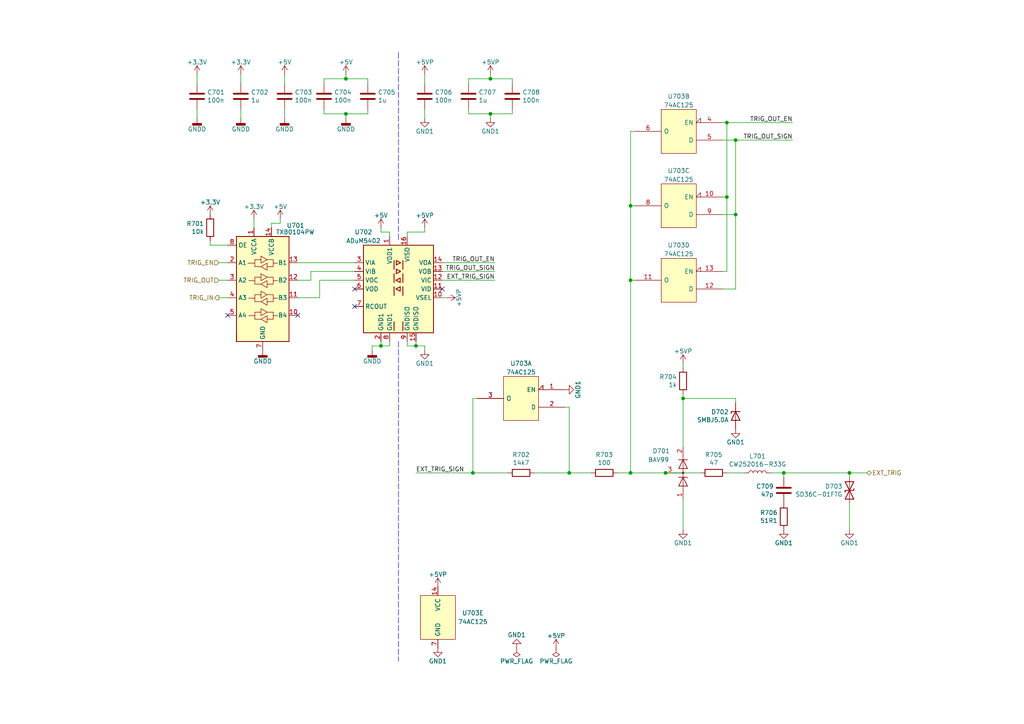
<source format=kicad_sch>
(kicad_sch (version 20230121) (generator eeschema)
  (paper "A4")
  (title_block (date "2023-07-12") (rev "1.1"))
  (lib_symbols
    (symbol "Device:C" (pin_numbers hide) (pin_names (offset 0.254))
      (property "Reference" "C" (at 0.635 2.54 0))
      (property "Value" "C" (at 0.635 -2.54 0))
      (symbol "C_0_1"
        (polyline (pts (xy -2.032 -0.762) (xy 2.032 -0.762)) (stroke (width 0.508)))
        (polyline (pts (xy -2.032 0.762) (xy 2.032 0.762)) (stroke (width 0.508)))
      )
      (symbol "C_1_1"
        (pin passive line (at 0 3.81 270) (length 2.794) (name "~") (number "1"))
        (pin passive line (at 0 -3.81 90) (length 2.794) (name "~") (number "2"))
      )
    )
    (symbol "Device:D_TVS" (pin_numbers hide) (pin_names (offset 1.016) hide)
      (property "Reference" "D" (at 0 2.54 0))
      (property "Value" "D_TVS" (at 0 -2.54 0))
      (symbol "D_TVS_0_1"
        (polyline (pts (xy 1.27 0) (xy -1.27 0)))
        (polyline (pts (xy 0.508 1.27) (xy 0 1.27) (xy 0 -1.27) (xy -0.508 -1.27)) (stroke (width 0.254)))
        (polyline (pts (xy -2.54 1.27) (xy -2.54 -1.27) (xy 2.54 1.27) (xy 2.54 -1.27) (xy -2.54 1.27)) (stroke (width 0.254)))
      )
      (symbol "D_TVS_1_1"
        (pin passive line (at -3.81 0 0) (length 2.54) (name "A1") (number "1"))
        (pin passive line (at 3.81 0 180) (length 2.54) (name "A2") (number "2"))
      )
    )
    (symbol "Device:D_Zener" (pin_numbers hide) (pin_names (offset 1.016) hide)
      (property "Reference" "D" (at 0 2.54 0))
      (property "Value" "D_Zener" (at 0 -2.54 0))
      (symbol "D_Zener_0_1"
        (polyline (pts (xy 1.27 0) (xy -1.27 0)))
        (polyline (pts (xy -1.27 -1.27) (xy -1.27 1.27) (xy -0.762 1.27)) (stroke (width 0.254)))
        (polyline (pts (xy 1.27 -1.27) (xy 1.27 1.27) (xy -1.27 0) (xy 1.27 -1.27)) (stroke (width 0.254)))
      )
      (symbol "D_Zener_1_1"
        (pin passive line (at -3.81 0 0) (length 2.54) (name "K") (number "1"))
        (pin passive line (at 3.81 0 180) (length 2.54) (name "A") (number "2"))
      )
    )
    (symbol "Device:L" (pin_numbers hide) (pin_names (offset 1.016) hide)
      (property "Reference" "L" (at -1.27 0 90))
      (property "Value" "L" (at 1.905 0 90))
      (symbol "L_0_1"
        (arc (start 0 -2.54) (mid 0.6323 -1.905) (end 0 -1.27))
        (arc (start 0 -1.27) (mid 0.6323 -0.635) (end 0 0))
        (arc (start 0 0) (mid 0.6323 0.635) (end 0 1.27))
        (arc (start 0 1.27) (mid 0.6323 1.905) (end 0 2.54))
      )
      (symbol "L_1_1"
        (pin passive line (at 0 3.81 270) (length 1.27) (name "1") (number "1"))
        (pin passive line (at 0 -3.81 90) (length 1.27) (name "2") (number "2"))
      )
    )
    (symbol "Device:R" (pin_numbers hide) (pin_names (offset 0))
      (property "Reference" "R" (at 2.032 0 90))
      (property "Value" "R" (at 0 0 90))
      (symbol "R_0_1"
        (rectangle (start -1.016 -2.54) (end 1.016 2.54) (stroke (width 0.254)))
      )
      (symbol "R_1_1"
        (pin passive line (at 0 3.81 270) (length 1.27) (name "~") (number "1"))
        (pin passive line (at 0 -3.81 90) (length 1.27) (name "~") (number "2"))
      )
    )
    (symbol "Diode:BAV99" (pin_names hide)
      (property "Reference" "D" (at 0 5.08 0))
      (property "Value" "BAV99" (at 0 2.54 0))
      (symbol "BAV99_0_1"
        (polyline (pts (xy -5.08 0) (xy 5.08 0)))
      )
      (symbol "BAV99_1_1"
        (polyline (pts (xy 0 0) (xy 0 -2.54)))
        (polyline (pts (xy -1.27 -1.27) (xy -1.27 1.27) (xy -1.27 1.27)) (stroke (width 0.2032)))
        (polyline (pts (xy 3.81 1.27) (xy 3.81 -1.27) (xy 3.81 -1.27)) (stroke (width 0.2032)))
        (polyline (pts (xy -3.81 1.27) (xy -1.27 0) (xy -3.81 -1.27) (xy -3.81 1.27) (xy -3.81 1.27) (xy -3.81 1.27)) (stroke (width 0.2032)))
        (polyline (pts (xy 1.27 1.27) (xy 3.81 0) (xy 1.27 -1.27) (xy 1.27 1.27) (xy 1.27 1.27) (xy 1.27 1.27)) (stroke (width 0.2032)))
        (circle (center 0 0) (radius 0.254) (fill (type outline)))
        (pin passive line (at -7.62 0 0) (length 2.54) (name "K") (number "1"))
        (pin passive line (at 7.62 0 180) (length 2.54) (name "A") (number "2"))
        (pin passive line (at 0 -5.08 90) (length 2.54) (name "K") (number "3"))
      )
    )
    (symbol "ETH1CFGEN1:74AC125" (pin_names (offset 0.762))
      (property "Reference" "U" (at 8.89 6.35 0))
      (property "Value" "74AC125" (at 6.35 5.08 0))
      (symbol "74AC125_0_1"
        (rectangle (start -5.08 6.35) (end 5.08 -6.35) (fill (type background)))
      )
      (symbol "74AC125_1_0"
        (pin input input_low (at -12.7 2.54 0) (length 7.62) (name "EN") (number "1"))
      )
      (symbol "74AC125_1_1"
        (pin input line (at -12.7 -2.54 0) (length 7.62) (name "D") (number "2"))
        (pin tri_state line (at 12.7 0 180) (length 7.62) (name "O") (number "3"))
      )
      (symbol "74AC125_2_0"
        (pin input input_low (at -12.7 2.54 0) (length 7.62) (name "EN") (number "4"))
      )
      (symbol "74AC125_2_1"
        (pin input line (at -12.7 -2.54 0) (length 7.62) (name "D") (number "5"))
        (pin tri_state line (at 12.7 0 180) (length 7.62) (name "O") (number "6"))
      )
      (symbol "74AC125_3_0"
        (pin input input_low (at -12.7 2.54 0) (length 7.62) (name "EN") (number "10"))
      )
      (symbol "74AC125_3_1"
        (pin tri_state line (at 12.7 0 180) (length 7.62) (name "O") (number "8"))
        (pin input line (at -12.7 -2.54 0) (length 7.62) (name "D") (number "9"))
      )
      (symbol "74AC125_4_0"
        (pin input input_low (at -12.7 2.54 0) (length 7.62) (name "EN") (number "13"))
      )
      (symbol "74AC125_4_1"
        (pin tri_state line (at 12.7 0 180) (length 7.62) (name "O") (number "11"))
        (pin input line (at -12.7 -2.54 0) (length 7.62) (name "D") (number "12"))
      )
      (symbol "74AC125_5_1"
        (pin passive line (at 0 8.89 270) (length 2.54) (name "VCC") (number "14"))
        (pin passive line (at 0 -8.89 90) (length 2.54) (name "GND") (number "7"))
      )
    )
    (symbol "Isolator:ADuM5402"
      (property "Reference" "U" (at -10.16 13.97 0))
      (property "Value" "ADuM5402" (at 3.81 13.97 0))
      (symbol "ADuM5402_0_1"
        (rectangle (start -10.16 12.7) (end 10.16 -12.7) (stroke (width 0.254)) (fill (type background)))
        (polyline (pts (xy -1.27 -9.525) (xy -1.27 -12.065)) (stroke (width 0.254)))
        (polyline (pts (xy -1.27 0.635) (xy -1.27 -1.905)) (stroke (width 0.254)))
        (polyline (pts (xy -1.27 4.445) (xy -1.27 1.905)) (stroke (width 0.254)))
        (polyline (pts (xy -1.27 8.255) (xy -1.27 5.715)) (stroke (width 0.254)))
        (polyline (pts (xy 1.27 -9.525) (xy 1.27 -12.065)) (stroke (width 0.254)))
        (polyline (pts (xy 1.27 0.635) (xy 1.27 -1.905)) (stroke (width 0.254)))
        (polyline (pts (xy 1.27 4.445) (xy 1.27 1.905)) (stroke (width 0.254)))
        (polyline (pts (xy 1.27 8.255) (xy 1.27 5.715)) (stroke (width 0.254)))
        (polyline (pts (xy -0.635 5.715) (xy -0.635 4.445) (xy 0.635 5.08) (xy -0.635 5.715)) (stroke (width 0.254)))
        (polyline (pts (xy -0.635 6.985) (xy 0.635 7.62) (xy -0.635 8.255) (xy -0.635 6.985)) (stroke (width 0.254)))
        (polyline (pts (xy 0.508 0.635) (xy 0.508 -0.635) (xy -0.762 0) (xy 0.508 0.635)) (stroke (width 0.254)))
        (polyline (pts (xy 0.508 1.905) (xy -0.762 2.54) (xy 0.508 3.175) (xy 0.508 1.905)) (stroke (width 0.254)))
      )
      (symbol "ADuM5402_1_1"
        (pin power_in line (at -2.54 15.24 270) (length 2.54) (name "VDD1") (number "1"))
        (pin input line (at 12.7 -2.54 180) (length 2.54) (name "VSEL") (number "10"))
        (pin input line (at 12.7 0 180) (length 2.54) (name "VID") (number "11"))
        (pin input line (at 12.7 2.54 180) (length 2.54) (name "VIC") (number "12"))
        (pin output line (at 12.7 5.08 180) (length 2.54) (name "VOB") (number "13"))
        (pin output line (at 12.7 7.62 180) (length 2.54) (name "VOA") (number "14"))
        (pin power_in line (at 5.08 -15.24 90) (length 2.54) (name "GNDISO") (number "15"))
        (pin power_in line (at 2.54 15.24 270) (length 2.54) (name "VISO") (number "16"))
        (pin power_in line (at -5.08 -15.24 90) (length 2.54) (name "GND1") (number "2"))
        (pin input line (at -12.7 7.62 0) (length 2.54) (name "VIA") (number "3"))
        (pin input line (at -12.7 5.08 0) (length 2.54) (name "VIB") (number "4"))
        (pin output line (at -12.7 2.54 0) (length 2.54) (name "VOC") (number "5"))
        (pin output line (at -12.7 0 0) (length 2.54) (name "VOD") (number "6"))
        (pin output line (at -12.7 -5.08 0) (length 2.54) (name "RCOUT") (number "7"))
        (pin power_in line (at -2.54 -15.24 90) (length 2.54) (name "GND1") (number "8"))
        (pin power_in line (at 2.54 -15.24 90) (length 2.54) (name "GNDISO") (number "9"))
      )
    )
    (symbol "Logic_LevelTranslator:TXB0104PW"
      (property "Reference" "U" (at -6.35 16.51 0))
      (property "Value" "TXB0104PW" (at 3.81 16.51 0))
      (symbol "TXB0104PW_0_1"
        (rectangle (start -7.62 -15.24) (end -7.62 -12.7) (stroke (width 0.254)))
        (rectangle (start -7.62 15.24) (end 7.62 -15.24) (stroke (width 0.254)) (fill (type background)))
        (polyline (pts (xy -2.286 -7.747) (xy -2.286 -6.731) (xy -0.508 -6.731)))
        (polyline (pts (xy -2.286 -2.667) (xy -2.286 -1.651) (xy -0.508 -1.651)))
        (polyline (pts (xy -2.286 2.413) (xy -2.286 3.429) (xy -0.508 3.429)))
        (polyline (pts (xy -2.286 7.493) (xy -2.286 8.509) (xy -0.508 8.509)))
        (polyline (pts (xy 3.048 -7.747) (xy 3.048 -8.763) (xy 1.27 -8.763)))
        (polyline (pts (xy 3.048 -2.667) (xy 3.048 -3.683) (xy 1.27 -3.683)))
        (polyline (pts (xy 3.048 2.413) (xy 3.048 1.397) (xy 1.27 1.397)))
        (polyline (pts (xy 3.048 7.493) (xy 3.048 6.477) (xy 1.27 6.477)))
        (polyline (pts (xy -0.508 -8.763) (xy -2.286 -8.763) (xy -2.286 -7.747) (xy -4.064 -7.747)))
        (polyline (pts (xy -0.508 -8.763) (xy 1.27 -7.747) (xy 1.27 -9.779) (xy -0.508 -8.763)))
        (polyline (pts (xy -0.508 -3.683) (xy -2.286 -3.683) (xy -2.286 -2.667) (xy -4.064 -2.667)))
        (polyline (pts (xy -0.508 -3.683) (xy 1.27 -2.667) (xy 1.27 -4.699) (xy -0.508 -3.683)))
        (polyline (pts (xy -0.508 1.397) (xy -2.286 1.397) (xy -2.286 2.413) (xy -4.064 2.413)))
        (polyline (pts (xy -0.508 1.397) (xy 1.27 2.413) (xy 1.27 0.381) (xy -0.508 1.397)))
        (polyline (pts (xy -0.508 6.477) (xy -2.286 6.477) (xy -2.286 7.493) (xy -4.318 7.493)))
        (polyline (pts (xy -0.508 6.477) (xy 1.27 7.493) (xy 1.27 5.461) (xy -0.508 6.477)))
        (polyline (pts (xy 1.27 -6.731) (xy -0.508 -7.747) (xy -0.508 -5.715) (xy 1.27 -6.731)))
        (polyline (pts (xy 1.27 -6.731) (xy 3.048 -6.731) (xy 3.048 -7.747) (xy 4.318 -7.747)))
        (polyline (pts (xy 1.27 -1.651) (xy -0.508 -2.667) (xy -0.508 -0.635) (xy 1.27 -1.651)))
        (polyline (pts (xy 1.27 -1.651) (xy 3.048 -1.651) (xy 3.048 -2.667) (xy 4.318 -2.667)))
        (polyline (pts (xy 1.27 3.429) (xy -0.508 2.413) (xy -0.508 4.445) (xy 1.27 3.429)))
        (polyline (pts (xy 1.27 3.429) (xy 3.048 3.429) (xy 3.048 2.413) (xy 4.318 2.413)))
        (polyline (pts (xy 1.27 8.509) (xy -0.508 7.493) (xy -0.508 9.525) (xy 1.27 8.509)))
        (polyline (pts (xy 1.27 8.509) (xy 3.048 8.509) (xy 3.048 7.493) (xy 4.318 7.493)))
      )
      (symbol "TXB0104PW_1_1"
        (pin power_in line (at -2.54 17.78 270) (length 2.54) (name "VCCA") (number "1"))
        (pin bidirectional line (at 10.16 -7.62 180) (length 2.54) (name "B4") (number "10"))
        (pin bidirectional line (at 10.16 -2.54 180) (length 2.54) (name "B3") (number "11"))
        (pin bidirectional line (at 10.16 2.54 180) (length 2.54) (name "B2") (number "12"))
        (pin bidirectional line (at 10.16 7.62 180) (length 2.54) (name "B1") (number "13"))
        (pin power_in line (at 2.54 17.78 270) (length 2.54) (name "VCCB") (number "14"))
        (pin bidirectional line (at -10.16 7.62 0) (length 2.54) (name "A1") (number "2"))
        (pin bidirectional line (at -10.16 2.54 0) (length 2.54) (name "A2") (number "3"))
        (pin bidirectional line (at -10.16 -2.54 0) (length 2.54) (name "A3") (number "4"))
        (pin bidirectional line (at -10.16 -7.62 0) (length 2.54) (name "A4") (number "5"))
        (pin no_connect line (at -7.62 -12.7 0) (length 2.54) hide (name "NC") (number "6"))
        (pin power_in line (at 0 -17.78 90) (length 2.54) (name "GND") (number "7"))
        (pin input line (at -10.16 12.7 0) (length 2.54) (name "OE") (number "8"))
        (pin no_connect line (at 7.62 -12.7 180) (length 2.54) hide (name "NC") (number "9"))
      )
    )
    (symbol "power:+3.3V" (power) (pin_names (offset 0))
      (property "Value" "+3.3V" (at 0 3.556 0))
      (symbol "+3.3V_0_1"
        (polyline (pts (xy -0.762 1.27) (xy 0 2.54)))
        (polyline (pts (xy 0 0) (xy 0 2.54)))
        (polyline (pts (xy 0 2.54) (xy 0.762 1.27)))
      )
      (symbol "+3.3V_1_1"
        (pin power_in line (at 0 0 90) (length 0) hide (name "+3.3V") (number "1"))
      )
    )
    (symbol "power:+5V" (power) (pin_names (offset 0))
      (property "Value" "+5V" (at 0 3.556 0))
      (symbol "+5V_0_1"
        (polyline (pts (xy -0.762 1.27) (xy 0 2.54)))
        (polyline (pts (xy 0 0) (xy 0 2.54)))
        (polyline (pts (xy 0 2.54) (xy 0.762 1.27)))
      )
      (symbol "+5V_1_1"
        (pin power_in line (at 0 0 90) (length 0) hide (name "+5V") (number "1"))
      )
    )
    (symbol "power:+5VP" (power) (pin_names (offset 0))
      (property "Value" "+5VP" (at 0 3.556 0))
      (symbol "+5VP_0_1"
        (polyline (pts (xy -0.762 1.27) (xy 0 2.54)))
        (polyline (pts (xy 0 0) (xy 0 2.54)))
        (polyline (pts (xy 0 2.54) (xy 0.762 1.27)))
      )
      (symbol "+5VP_1_1"
        (pin power_in line (at 0 0 90) (length 0) hide (name "+5VP") (number "1"))
      )
    )
    (symbol "power:GND1" (power) (pin_names (offset 0))
      (property "Value" "GND1" (at 0 -3.81 0))
      (symbol "GND1_0_1"
        (polyline (pts (xy 0 0) (xy 0 -1.27) (xy 1.27 -1.27) (xy 0 -2.54) (xy -1.27 -1.27) (xy 0 -1.27)))
      )
      (symbol "GND1_1_1"
        (pin power_in line (at 0 0 270) (length 0) hide (name "GND1") (number "1"))
      )
    )
    (symbol "power:GNDD" (power) (pin_names (offset 0))
      (property "Value" "GNDD" (at 0 -3.175 0))
      (symbol "GNDD_0_1"
        (rectangle (start -1.27 -1.524) (end 1.27 -2.032) (stroke (width 0.254)) (fill (type outline)))
        (polyline (pts (xy 0 0) (xy 0 -1.524)))
      )
      (symbol "GNDD_1_1"
        (pin power_in line (at 0 0 270) (length 0) hide (name "GNDD") (number "1"))
      )
    )
    (symbol "power:PWR_FLAG" (power) (pin_numbers hide) (pin_names (offset 0) hide)
      (property "Value" "PWR_FLAG" (at 0 3.81 0))
      (symbol "PWR_FLAG_0_0"
        (pin power_out line (at 0 0 90) (length 0) (name "pwr") (number "1"))
      )
      (symbol "PWR_FLAG_0_1"
        (polyline (pts (xy 0 0) (xy 0 1.27) (xy -1.016 1.905) (xy 0 2.54) (xy 1.016 1.905) (xy 0 1.27)))
      )
    )
  )
  (junction (at 246.38 137.16))
  (junction (at 120.65 100.33))
  (junction (at 198.12 115.57))
  (junction (at 213.36 62.23))
  (junction (at 213.36 40.64))
  (junction (at 142.24 22.86))
  (junction (at 182.88 137.16))
  (junction (at 182.88 59.69))
  (junction (at 210.82 57.15))
  (junction (at 137.16 137.16))
  (junction (at 210.82 35.56))
  (junction (at 100.33 22.86))
  (junction (at 182.88 81.28))
  (junction (at 165.1 137.16))
  (junction (at 100.33 33.02))
  (junction (at 110.49 100.33))
  (junction (at 227.33 137.16))
  (junction (at 142.24 33.02))
  (junction (at 193.04 137.16))
  (no_connect (at 86.36 91.44))
  (no_connect (at 102.87 88.9))
  (no_connect (at 128.27 83.82))
  (no_connect (at 102.87 83.82))
  (no_connect (at 66.04 91.44))
  (wire (pts (xy 213.36 115.57) (xy 198.12 115.57)))
  (wire (pts (xy 184.15 38.1) (xy 182.88 38.1)))
  (wire (pts (xy 227.33 137.16) (xy 227.33 138.43)))
  (wire (pts (xy 182.88 38.1) (xy 182.88 59.69)))
  (wire (pts (xy 123.19 24.13) (xy 123.19 21.59)))
  (wire (pts (xy 154.94 137.16) (xy 165.1 137.16)))
  (wire (pts (xy 142.24 21.59) (xy 142.24 22.86)))
  (wire (pts (xy 210.82 57.15) (xy 210.82 35.56)))
  (wire (pts (xy 81.28 64.77) (xy 81.28 63.5)))
  (wire (pts (xy 106.68 24.13) (xy 106.68 22.86)))
  (wire (pts (xy 147.32 137.16) (xy 137.16 137.16)))
  (wire (pts (xy 123.19 34.29) (xy 123.19 31.75)))
  (wire (pts (xy 148.59 22.86) (xy 148.59 24.13)))
  (wire (pts (xy 73.66 63.5) (xy 73.66 66.04)))
  (wire (pts (xy 106.68 31.75) (xy 106.68 33.02)))
  (wire (pts (xy 142.24 33.02) (xy 148.59 33.02)))
  (wire (pts (xy 92.71 86.36) (xy 92.71 81.28)))
  (wire (pts (xy 210.82 137.16) (xy 215.9 137.16)))
  (wire (pts (xy 100.33 22.86) (xy 93.98 22.86)))
  (wire (pts (xy 246.38 138.43) (xy 246.38 137.16)))
  (wire (pts (xy 78.74 66.04) (xy 78.74 64.77)))
  (wire (pts (xy 90.17 78.74) (xy 90.17 81.28)))
  (wire (pts (xy 213.36 83.82) (xy 209.55 83.82)))
  (wire (pts (xy 182.88 81.28) (xy 184.15 81.28)))
  (wire (pts (xy 78.74 64.77) (xy 81.28 64.77)))
  (wire (pts (xy 137.16 137.16) (xy 137.16 115.57)))
  (wire (pts (xy 128.27 78.74) (xy 143.51 78.74)))
  (wire (pts (xy 60.96 71.12) (xy 60.96 69.85)))
  (wire (pts (xy 66.04 71.12) (xy 60.96 71.12)))
  (wire (pts (xy 135.89 24.13) (xy 135.89 22.86)))
  (wire (pts (xy 213.36 40.64) (xy 213.36 62.23)))
  (wire (pts (xy 57.15 21.59) (xy 57.15 24.13)))
  (wire (pts (xy 135.89 31.75) (xy 135.89 33.02)))
  (wire (pts (xy 209.55 57.15) (xy 210.82 57.15)))
  (wire (pts (xy 210.82 35.56) (xy 209.55 35.56)))
  (wire (pts (xy 213.36 62.23) (xy 213.36 83.82)))
  (wire (pts (xy 198.12 105.41) (xy 198.12 106.68)))
  (wire (pts (xy 209.55 62.23) (xy 213.36 62.23)))
  (wire (pts (xy 100.33 34.29) (xy 100.33 33.02)))
  (wire (pts (xy 182.88 81.28) (xy 182.88 137.16)))
  (wire (pts (xy 100.33 33.02) (xy 93.98 33.02)))
  (wire (pts (xy 82.55 31.75) (xy 82.55 34.29)))
  (wire (pts (xy 209.55 40.64) (xy 213.36 40.64)))
  (wire (pts (xy 69.85 21.59) (xy 69.85 24.13)))
  (wire (pts (xy 63.5 86.36) (xy 66.04 86.36)))
  (wire (pts (xy 110.49 100.33) (xy 110.49 99.06)))
  (wire (pts (xy 163.83 118.11) (xy 165.1 118.11)))
  (wire (pts (xy 182.88 59.69) (xy 182.88 81.28)))
  (wire (pts (xy 123.19 67.31) (xy 118.11 67.31)))
  (wire (pts (xy 165.1 118.11) (xy 165.1 137.16)))
  (wire (pts (xy 93.98 33.02) (xy 93.98 31.75)))
  (wire (pts (xy 113.03 68.58) (xy 113.03 67.31)))
  (wire (pts (xy 143.51 76.2) (xy 128.27 76.2)))
  (wire (pts (xy 118.11 100.33) (xy 120.65 100.33)))
  (wire (pts (xy 92.71 81.28) (xy 102.87 81.28)))
  (wire (pts (xy 100.33 21.59) (xy 100.33 22.86)))
  (wire (pts (xy 251.46 137.16) (xy 246.38 137.16)))
  (wire (pts (xy 223.52 137.16) (xy 227.33 137.16)))
  (wire (pts (xy 123.19 100.33) (xy 123.19 101.6)))
  (wire (pts (xy 106.68 33.02) (xy 100.33 33.02)))
  (wire (pts (xy 93.98 22.86) (xy 93.98 24.13)))
  (wire (pts (xy 86.36 86.36) (xy 92.71 86.36)))
  (wire (pts (xy 198.12 114.3) (xy 198.12 115.57)))
  (wire (pts (xy 184.15 59.69) (xy 182.88 59.69)))
  (wire (pts (xy 198.12 144.78) (xy 198.12 153.67)))
  (wire (pts (xy 118.11 67.31) (xy 118.11 68.58)))
  (wire (pts (xy 203.2 137.16) (xy 193.04 137.16)))
  (wire (pts (xy 107.95 100.33) (xy 110.49 100.33)))
  (polyline (pts (xy 115.57 99.06) (xy 115.57 191.77)) (stroke (width 0) (type dash)))
  (wire (pts (xy 137.16 115.57) (xy 138.43 115.57)))
  (wire (pts (xy 210.82 78.74) (xy 210.82 57.15)))
  (wire (pts (xy 179.07 137.16) (xy 182.88 137.16)))
  (wire (pts (xy 213.36 40.64) (xy 229.87 40.64)))
  (wire (pts (xy 86.36 76.2) (xy 102.87 76.2)))
  (wire (pts (xy 118.11 99.06) (xy 118.11 100.33)))
  (wire (pts (xy 129.54 86.36) (xy 128.27 86.36)))
  (wire (pts (xy 113.03 100.33) (xy 110.49 100.33)))
  (wire (pts (xy 107.95 101.6) (xy 107.95 100.33)))
  (wire (pts (xy 113.03 67.31) (xy 110.49 67.31)))
  (wire (pts (xy 143.51 81.28) (xy 128.27 81.28)))
  (wire (pts (xy 246.38 153.67) (xy 246.38 146.05)))
  (wire (pts (xy 135.89 22.86) (xy 142.24 22.86)))
  (wire (pts (xy 113.03 99.06) (xy 113.03 100.33)))
  (wire (pts (xy 69.85 31.75) (xy 69.85 34.29)))
  (wire (pts (xy 165.1 137.16) (xy 171.45 137.16)))
  (wire (pts (xy 137.16 137.16) (xy 120.65 137.16)))
  (wire (pts (xy 90.17 81.28) (xy 86.36 81.28)))
  (wire (pts (xy 135.89 33.02) (xy 142.24 33.02)))
  (wire (pts (xy 246.38 137.16) (xy 227.33 137.16)))
  (wire (pts (xy 110.49 67.31) (xy 110.49 66.04)))
  (wire (pts (xy 63.5 81.28) (xy 66.04 81.28)))
  (wire (pts (xy 198.12 115.57) (xy 198.12 129.54)))
  (wire (pts (xy 57.15 34.29) (xy 57.15 31.75)))
  (wire (pts (xy 120.65 100.33) (xy 123.19 100.33)))
  (wire (pts (xy 209.55 78.74) (xy 210.82 78.74)))
  (wire (pts (xy 142.24 22.86) (xy 148.59 22.86)))
  (wire (pts (xy 106.68 22.86) (xy 100.33 22.86)))
  (wire (pts (xy 120.65 99.06) (xy 120.65 100.33)))
  (wire (pts (xy 63.5 76.2) (xy 66.04 76.2)))
  (wire (pts (xy 142.24 34.29) (xy 142.24 33.02)))
  (wire (pts (xy 213.36 116.84) (xy 213.36 115.57)))
  (wire (pts (xy 82.55 21.59) (xy 82.55 24.13)))
  (wire (pts (xy 210.82 35.56) (xy 229.87 35.56)))
  (polyline (pts (xy 115.57 15.24) (xy 115.57 69.85)) (stroke (width 0) (type dash)))
  (wire (pts (xy 102.87 78.74) (xy 90.17 78.74)))
  (wire (pts (xy 148.59 33.02) (xy 148.59 31.75)))
  (wire (pts (xy 193.04 137.16) (xy 182.88 137.16)))
  (wire (pts (xy 123.19 66.04) (xy 123.19 67.31)))
  (label "TRIG_OUT_EN" (at 229.87 35.56 180))
  (label "TRIG_OUT_EN" (at 143.51 76.2 180))
  (label "EXT_TRIG_SIGN" (at 120.65 137.16 0))
  (label "EXT_TRIG_SIGN" (at 143.51 81.28 180))
  (label "TRIG_OUT_SIGN" (at 143.51 78.74 180))
  (label "TRIG_OUT_SIGN" (at 229.87 40.64 180))
  (hierarchical_label "TRIG_OUT" (shape input) (at 63.5 81.28 180))
  (hierarchical_label "TRIG_EN" (shape input) (at 63.5 76.2 180))
  (hierarchical_label "TRIG_IN" (shape output) (at 63.5 86.36 180))
  (hierarchical_label "EXT_TRIG" (shape bidirectional) (at 251.46 137.16 0))
  (symbol (lib_id "Device:C") (at 148.59 27.94 0) (unit 1)
    (property "Reference" "C708" (at 151.511 26.7716 0) (effects (justify left)))
    (property "Value" "100n" (at 151.511 29.083 0) (effects (justify left)))
    (property "Footprint" "Capacitor_SMD:C_0603_1608Metric_Pad1.08x0.95mm_HandSolder" (effects hide))
    (instances (project "ETH1CSMU2" (path "" (reference "C708") (unit 1))) (project "ETH1CFGEN1A" (path "" (reference "C408") (unit 1))))
  )
  (symbol (lib_id "power:GND1") (at 213.36 124.46 0) (unit 1)
    (property "Reference" "#PWR0729" (effects hide))
    (property "Value" "GND1" (at 213.36 128.27 0))
    (instances (project "ETH1CSMU2" (path "" (reference "#PWR0729") (unit 1))) (project "ETH1CFGEN1A" (path "" (reference "#PWR0429") (unit 1))))
  )
  (symbol (lib_id "power:+5VP") (at 142.24 21.59 0) (mirror y) (unit 1)
    (property "Reference" "#PWR0722" (effects hide))
    (property "Value" "+5VP" (at 142.24 18.034 0))
    (instances (project "ETH1CSMU2" (path "" (reference "#PWR0722") (unit 1))) (project "ETH1CFGEN1A" (path "" (reference "#PWR0422") (unit 1))))
  )
  (symbol (lib_id "power:GND1") (at 246.38 153.67 0) (unit 1)
    (property "Reference" "#PWR0731" (effects hide))
    (property "Value" "GND1" (at 246.38 157.48 0))
    (instances (project "ETH1CSMU2" (path "" (reference "#PWR0731") (unit 1))) (project "ETH1CFGEN1A" (path "" (reference "#PWR0431") (unit 1))))
  )
  (symbol (lib_id "power:+5V") (at 82.55 21.59 0) (unit 1)
    (property "Reference" "#PWR0709" (effects hide))
    (property "Value" "+5V" (at 82.55 18.034 0))
    (instances (project "ETH1CSMU2" (path "" (reference "#PWR0709") (unit 1))) (project "ETH1CFGEN1A" (path "" (reference "#PWR0409") (unit 1))))
  )
  (symbol (lib_id "Device:R") (at 175.26 137.16 90) (mirror x) (unit 1)
    (property "Reference" "R703" (at 175.26 131.9022 90))
    (property "Value" "100" (at 175.26 134.2136 90))
    (property "Footprint" "Resistor_SMD:R_0603_1608Metric_Pad0.98x0.95mm_HandSolder" (effects hide))
    (instances (project "ETH1CSMU2" (path "" (reference "R703") (unit 1))) (project "ETH1CFGEN1A" (path "" (reference "R403") (unit 1))))
  )
  (symbol (lib_id "Device:D_Zener") (at 213.36 120.65 90) (mirror x) (unit 1)
    (property "Reference" "D702" (at 211.3534 119.4816 90) (effects (justify left)))
    (property "Value" "SMBJ5.0A" (at 211.3534 121.793 90) (effects (justify left)))
    (property "Footprint" "Diode_SMD:D_SMB" (effects hide))
    (instances (project "ETH1CSMU2" (path "" (reference "D702") (unit 1))) (project "ETH1CFGEN1A" (path "" (reference "D402") (unit 1))))
  )
  (symbol (lib_id "power:GND1") (at 227.33 153.67 0) (unit 1)
    (property "Reference" "#PWR0730" (effects hide))
    (property "Value" "GND1" (at 227.33 157.48 0))
    (instances (project "ETH1CSMU2" (path "" (reference "#PWR0730") (unit 1))) (project "ETH1CFGEN1A" (path "" (reference "#PWR0430") (unit 1))))
  )
  (symbol (lib_id "power:PWR_FLAG") (at 161.29 187.96 180) (unit 1)
    (property "Reference" "#FLG0702" (effects hide))
    (property "Value" "PWR_FLAG" (at 161.29 191.77 0))
    (instances (project "ETH1CSMU2" (path "" (reference "#FLG0702") (unit 1))) (project "ETH1CFGEN1A" (path "" (reference "#FLG0402") (unit 1))))
  )
  (symbol (lib_id "Device:C") (at 135.89 27.94 0) (unit 1)
    (property "Reference" "C707" (at 138.811 26.7716 0) (effects (justify left)))
    (property "Value" "1u" (at 138.811 29.083 0) (effects (justify left)))
    (property "Footprint" "Capacitor_SMD:C_0603_1608Metric_Pad1.08x0.95mm_HandSolder" (effects hide))
    (instances (project "ETH1CSMU2" (path "" (reference "C707") (unit 1))) (project "ETH1CFGEN1A" (path "" (reference "C407") (unit 1))))
  )
  (symbol (lib_id "power:GND1") (at 142.24 34.29 0) (mirror y) (unit 1)
    (property "Reference" "#PWR0723" (effects hide))
    (property "Value" "GND1" (at 142.24 38.1 0))
    (instances (project "ETH1CSMU2" (path "" (reference "#PWR0723") (unit 1))) (project "ETH1CFGEN1A" (path "" (reference "#PWR0423") (unit 1))))
  )
  (symbol (lib_id "ETH1CFGEN1:74AC125") (at 127 179.07 0) (mirror y) (unit 5)
    (property "Reference" "U703" (at 137.16 177.8 0))
    (property "Value" "74AC125" (at 137.16 180.34 0))
    (property "Footprint" "Package_SO:TSSOP-14_4.4x5mm_P0.65mm" (effects hide))
    (instances (project "ETH1CSMU2" (path "" (reference "U703") (unit 5))) (project "ETH1CFGEN1A" (path "" (reference "U403") (unit 5))))
  )
  (symbol (lib_id "power:+5V") (at 110.49 66.04 0) (unit 1)
    (property "Reference" "#PWR0714" (effects hide))
    (property "Value" "+5V" (at 110.49 62.484 0))
    (instances (project "ETH1CSMU2" (path "" (reference "#PWR0714") (unit 1))) (project "ETH1CFGEN1A" (path "" (reference "#PWR0414") (unit 1))))
  )
  (symbol (lib_id "power:GNDD") (at 57.15 34.29 0) (unit 1)
    (property "Reference" "#PWR0702" (effects hide))
    (property "Value" "GNDD" (at 57.15 37.465 0))
    (instances (project "ETH1CSMU2" (path "" (reference "#PWR0702") (unit 1))) (project "ETH1CFGEN1A" (path "" (reference "#PWR0402") (unit 1))))
  )
  (symbol (lib_id "power:GNDD") (at 69.85 34.29 0) (unit 1)
    (property "Reference" "#PWR0705" (effects hide))
    (property "Value" "GNDD" (at 69.85 37.465 0))
    (instances (project "ETH1CSMU2" (path "" (reference "#PWR0705") (unit 1))) (project "ETH1CFGEN1A" (path "" (reference "#PWR0405") (unit 1))))
  )
  (symbol (lib_id "power:GNDD") (at 76.2 101.6 0) (unit 1)
    (property "Reference" "#PWR0707" (effects hide))
    (property "Value" "GNDD" (at 76.2 104.775 0))
    (instances (project "ETH1CSMU2" (path "" (reference "#PWR0707") (unit 1))) (project "ETH1CFGEN1A" (path "" (reference "#PWR0407") (unit 1))))
  )
  (symbol (lib_id "Device:R") (at 151.13 137.16 90) (mirror x) (unit 1)
    (property "Reference" "R702" (at 151.13 131.9022 90))
    (property "Value" "14k7" (at 151.13 134.2136 90))
    (property "Footprint" "Resistor_SMD:R_0603_1608Metric_Pad0.98x0.95mm_HandSolder" (effects hide))
    (instances (project "ETH1CSMU2" (path "" (reference "R702") (unit 1))) (project "ETH1CFGEN1A" (path "" (reference "R402") (unit 1))))
  )
  (symbol (lib_id "power:GND1") (at 127 187.96 0) (unit 1)
    (property "Reference" "#PWR0720" (effects hide))
    (property "Value" "GND1" (at 127 191.77 0))
    (instances (project "ETH1CSMU2" (path "" (reference "#PWR0720") (unit 1))) (project "ETH1CFGEN1A" (path "" (reference "#PWR0420") (unit 1))))
  )
  (symbol (lib_id "power:+5VP") (at 129.54 86.36 270) (unit 1)
    (property "Reference" "#PWR0721" (effects hide))
    (property "Value" "+5VP" (at 133.096 86.36 0))
    (instances (project "ETH1CSMU2" (path "" (reference "#PWR0721") (unit 1))) (project "ETH1CFGEN1A" (path "" (reference "#PWR0421") (unit 1))))
  )
  (symbol (lib_id "Device:C") (at 82.55 27.94 0) (unit 1)
    (property "Reference" "C703" (at 85.471 26.7716 0) (effects (justify left)))
    (property "Value" "100n" (at 85.471 29.083 0) (effects (justify left)))
    (property "Footprint" "Capacitor_SMD:C_0603_1608Metric_Pad1.08x0.95mm_HandSolder" (effects hide))
    (instances (project "ETH1CSMU2" (path "" (reference "C703") (unit 1))) (project "ETH1CFGEN1A" (path "" (reference "C403") (unit 1))))
  )
  (symbol (lib_id "power:+5V") (at 81.28 63.5 0) (unit 1)
    (property "Reference" "#PWR0708" (effects hide))
    (property "Value" "+5V" (at 81.28 59.944 0))
    (instances (project "ETH1CSMU2" (path "" (reference "#PWR0708") (unit 1))) (project "ETH1CFGEN1A" (path "" (reference "#PWR0408") (unit 1))))
  )
  (symbol (lib_id "power:GND1") (at 123.19 34.29 0) (mirror y) (unit 1)
    (property "Reference" "#PWR0716" (effects hide))
    (property "Value" "GND1" (at 123.19 38.1 0))
    (instances (project "ETH1CSMU2" (path "" (reference "#PWR0716") (unit 1))) (project "ETH1CFGEN1A" (path "" (reference "#PWR0416") (unit 1))))
  )
  (symbol (lib_id "power:+3.3V") (at 60.96 62.23 0) (unit 1)
    (property "Reference" "#PWR0703" (effects hide))
    (property "Value" "+3.3V" (at 60.96 58.674 0))
    (instances (project "ETH1CSMU2" (path "" (reference "#PWR0703") (unit 1))) (project "ETH1CFGEN1A" (path "" (reference "#PWR0403") (unit 1))))
  )
  (symbol (lib_id "power:+5VP") (at 123.19 21.59 0) (mirror y) (unit 1)
    (property "Reference" "#PWR0715" (effects hide))
    (property "Value" "+5VP" (at 123.19 18.034 0))
    (instances (project "ETH1CSMU2" (path "" (reference "#PWR0715") (unit 1))) (project "ETH1CFGEN1A" (path "" (reference "#PWR0415") (unit 1))))
  )
  (symbol (lib_id "ETH1CFGEN1:74AC125") (at 196.85 59.69 0) (mirror y) (unit 3)
    (property "Reference" "U703" (at 196.85 49.53 0))
    (property "Value" "74AC125" (at 196.85 52.07 0))
    (property "Footprint" "Package_SO:TSSOP-14_4.4x5mm_P0.65mm" (effects hide))
    (instances (project "ETH1CSMU2" (path "" (reference "U703") (unit 3))) (project "ETH1CFGEN1A" (path "" (reference "U403") (unit 3))))
  )
  (symbol (lib_id "Device:L") (at 219.71 137.16 270) (mirror x) (unit 1)
    (property "Reference" "L701" (at 219.71 132.334 90))
    (property "Value" "CW252016-R33G" (at 219.71 134.6454 90))
    (property "Footprint" "ETH1CFGEN1:CW252016" (effects hide))
    (instances (project "ETH1CSMU2" (path "" (reference "L701") (unit 1))) (project "ETH1CFGEN1A" (path "" (reference "L401") (unit 1))))
  )
  (symbol (lib_id "power:+5VP") (at 161.29 187.96 0) (unit 1)
    (property "Reference" "#PWR0725" (effects hide))
    (property "Value" "+5VP" (at 161.29 184.404 0))
    (instances (project "ETH1CSMU2" (path "" (reference "#PWR0725") (unit 1))) (project "ETH1CFGEN1A" (path "" (reference "#PWR0425") (unit 1))))
  )
  (symbol (lib_id "power:+3.3V") (at 73.66 63.5 0) (unit 1)
    (property "Reference" "#PWR0706" (effects hide))
    (property "Value" "+3.3V" (at 73.66 59.944 0))
    (instances (project "ETH1CSMU2" (path "" (reference "#PWR0706") (unit 1))) (project "ETH1CFGEN1A" (path "" (reference "#PWR0406") (unit 1))))
  )
  (symbol (lib_id "Device:R") (at 198.12 110.49 0) (mirror y) (unit 1)
    (property "Reference" "R704" (at 196.342 109.3216 0) (effects (justify left)))
    (property "Value" "1k" (at 196.342 111.633 0) (effects (justify left)))
    (property "Footprint" "Resistor_SMD:R_0603_1608Metric_Pad0.98x0.95mm_HandSolder" (effects hide))
    (instances (project "ETH1CSMU2" (path "" (reference "R704") (unit 1))) (project "ETH1CFGEN1A" (path "" (reference "R404") (unit 1))))
  )
  (symbol (lib_id "Isolator:ADuM5402") (at 115.57 83.82 0) (unit 1)
    (property "Reference" "U702" (at 105.41 67.31 0))
    (property "Value" "ADuM5402" (at 105.41 69.85 0))
    (property "Footprint" "Package_SO:SOIC-16W_7.5x10.3mm_P1.27mm" (effects hide))
    (property "Datasheet" "https://www.analog.com/media/en/technical-documentation/data-sheets/ADuM5401_5402_5403_5404.pdf" (effects hide))
    (instances (project "ETH1CSMU2" (path "" (reference "U702") (unit 1))) (project "ETH1CFGEN1A" (path "" (reference "U402") (unit 1))))
  )
  (symbol (lib_id "power:GNDD") (at 100.33 34.29 0) (unit 1)
    (property "Reference" "#PWR0712" (effects hide))
    (property "Value" "GNDD" (at 100.33 37.465 0))
    (instances (project "ETH1CSMU2" (path "" (reference "#PWR0712") (unit 1))) (project "ETH1CFGEN1A" (path "" (reference "#PWR0412") (unit 1))))
  )
  (symbol (lib_id "power:+5VP") (at 198.12 105.41 0) (unit 1)
    (property "Reference" "#PWR0727" (effects hide))
    (property "Value" "+5VP" (at 198.12 101.854 0))
    (instances (project "ETH1CSMU2" (path "" (reference "#PWR0727") (unit 1))) (project "ETH1CFGEN1A" (path "" (reference "#PWR0427") (unit 1))))
  )
  (symbol (lib_id "Device:R") (at 60.96 66.04 0) (unit 1)
    (property "Reference" "R701" (at 59.182 64.8716 0) (effects (justify right)))
    (property "Value" "10k" (at 59.182 67.183 0) (effects (justify right)))
    (property "Footprint" "Resistor_SMD:R_0603_1608Metric_Pad0.98x0.95mm_HandSolder" (effects hide))
    (instances (project "ETH1CSMU2" (path "" (reference "R701") (unit 1))) (project "ETH1CFGEN1A" (path "" (reference "R401") (unit 1))))
  )
  (symbol (lib_id "Device:C") (at 57.15 27.94 0) (unit 1)
    (property "Reference" "C701" (at 60.071 26.7716 0) (effects (justify left)))
    (property "Value" "100n" (at 60.071 29.083 0) (effects (justify left)))
    (property "Footprint" "Capacitor_SMD:C_0603_1608Metric_Pad1.08x0.95mm_HandSolder" (effects hide))
    (instances (project "ETH1CSMU2" (path "" (reference "C701") (unit 1))) (project "ETH1CFGEN1A" (path "" (reference "C401") (unit 1))))
  )
  (symbol (lib_id "power:PWR_FLAG") (at 149.86 187.96 180) (unit 1)
    (property "Reference" "#FLG0701" (effects hide))
    (property "Value" "PWR_FLAG" (at 149.86 191.77 0))
    (instances (project "ETH1CSMU2" (path "" (reference "#FLG0701") (unit 1))) (project "ETH1CFGEN1A" (path "" (reference "#FLG0401") (unit 1))))
  )
  (symbol (lib_id "Device:C") (at 93.98 27.94 0) (unit 1)
    (property "Reference" "C704" (at 96.901 26.7716 0) (effects (justify left)))
    (property "Value" "100n" (at 96.901 29.083 0) (effects (justify left)))
    (property "Footprint" "Capacitor_SMD:C_0603_1608Metric_Pad1.08x0.95mm_HandSolder" (effects hide))
    (instances (project "ETH1CSMU2" (path "" (reference "C704") (unit 1))) (project "ETH1CFGEN1A" (path "" (reference "C404") (unit 1))))
  )
  (symbol (lib_id "power:+3.3V") (at 69.85 21.59 0) (unit 1)
    (property "Reference" "#PWR0704" (effects hide))
    (property "Value" "+3.3V" (at 69.85 18.034 0))
    (instances (project "ETH1CSMU2" (path "" (reference "#PWR0704") (unit 1))) (project "ETH1CFGEN1A" (path "" (reference "#PWR0404") (unit 1))))
  )
  (symbol (lib_id "Device:C") (at 69.85 27.94 0) (unit 1)
    (property "Reference" "C702" (at 72.771 26.7716 0) (effects (justify left)))
    (property "Value" "1u" (at 72.771 29.083 0) (effects (justify left)))
    (property "Footprint" "Capacitor_SMD:C_0603_1608Metric_Pad1.08x0.95mm_HandSolder" (effects hide))
    (instances (project "ETH1CSMU2" (path "" (reference "C702") (unit 1))) (project "ETH1CFGEN1A" (path "" (reference "C402") (unit 1))))
  )
  (symbol (lib_id "Device:C") (at 123.19 27.94 0) (unit 1)
    (property "Reference" "C706" (at 126.111 26.7716 0) (effects (justify left)))
    (property "Value" "100n" (at 126.111 29.083 0) (effects (justify left)))
    (property "Footprint" "Capacitor_SMD:C_0603_1608Metric_Pad1.08x0.95mm_HandSolder" (effects hide))
    (instances (project "ETH1CSMU2" (path "" (reference "C706") (unit 1))) (project "ETH1CFGEN1A" (path "" (reference "C406") (unit 1))))
  )
  (symbol (lib_id "power:GNDD") (at 107.95 101.6 0) (unit 1)
    (property "Reference" "#PWR0713" (effects hide))
    (property "Value" "GNDD" (at 107.95 104.775 0))
    (instances (project "ETH1CSMU2" (path "" (reference "#PWR0713") (unit 1))) (project "ETH1CFGEN1A" (path "" (reference "#PWR0413") (unit 1))))
  )
  (symbol (lib_id "power:+5V") (at 100.33 21.59 0) (unit 1)
    (property "Reference" "#PWR0711" (effects hide))
    (property "Value" "+5V" (at 100.33 18.034 0))
    (instances (project "ETH1CSMU2" (path "" (reference "#PWR0711") (unit 1))) (project "ETH1CFGEN1A" (path "" (reference "#PWR0411") (unit 1))))
  )
  (symbol (lib_id "Diode:BAV99") (at 198.12 137.16 270) (mirror x) (unit 1)
    (property "Reference" "D701" (at 189.23 130.81 90) (effects (justify left)))
    (property "Value" "BAV99" (at 187.96 133.35 90) (effects (justify left)))
    (property "Footprint" "Package_TO_SOT_SMD:SOT-23" (effects hide))
    (property "Datasheet" "https://assets.nexperia.com/documents/data-sheet/BAV99_SER.pdf" (effects hide))
    (instances (project "ETH1CSMU2" (path "" (reference "D701") (unit 1))) (project "ETH1CFGEN1A" (path "" (reference "D401") (unit 1))))
  )
  (symbol (lib_id "power:GND1") (at 198.12 153.67 0) (unit 1)
    (property "Reference" "#PWR0728" (effects hide))
    (property "Value" "GND1" (at 198.12 157.48 0))
    (instances (project "ETH1CSMU2" (path "" (reference "#PWR0728") (unit 1))) (project "ETH1CFGEN1A" (path "" (reference "#PWR0428") (unit 1))))
  )
  (symbol (lib_id "power:+5VP") (at 123.19 66.04 0) (unit 1)
    (property "Reference" "#PWR0717" (effects hide))
    (property "Value" "+5VP" (at 123.19 62.484 0))
    (instances (project "ETH1CSMU2" (path "" (reference "#PWR0717") (unit 1))) (project "ETH1CFGEN1A" (path "" (reference "#PWR0417") (unit 1))))
  )
  (symbol (lib_id "power:+5VP") (at 127 170.18 0) (unit 1)
    (property "Reference" "#PWR0719" (effects hide))
    (property "Value" "+5VP" (at 127 166.624 0))
    (instances (project "ETH1CSMU2" (path "" (reference "#PWR0719") (unit 1))) (project "ETH1CFGEN1A" (path "" (reference "#PWR0419") (unit 1))))
  )
  (symbol (lib_id "power:+3.3V") (at 57.15 21.59 0) (unit 1)
    (property "Reference" "#PWR0701" (effects hide))
    (property "Value" "+3.3V" (at 57.15 18.034 0))
    (instances (project "ETH1CSMU2" (path "" (reference "#PWR0701") (unit 1))) (project "ETH1CFGEN1A" (path "" (reference "#PWR0401") (unit 1))))
  )
  (symbol (lib_id "Device:C") (at 106.68 27.94 0) (unit 1)
    (property "Reference" "C705" (at 109.601 26.7716 0) (effects (justify left)))
    (property "Value" "1u" (at 109.601 29.083 0) (effects (justify left)))
    (property "Footprint" "Capacitor_SMD:C_0603_1608Metric_Pad1.08x0.95mm_HandSolder" (effects hide))
    (instances (project "ETH1CSMU2" (path "" (reference "C705") (unit 1))) (project "ETH1CFGEN1A" (path "" (reference "C405") (unit 1))))
  )
  (symbol (lib_id "Device:D_TVS") (at 246.38 142.24 90) (mirror x) (unit 1)
    (property "Reference" "D703" (at 244.3734 141.0716 90) (effects (justify left)))
    (property "Value" "SD36C-01FTG" (at 244.3734 143.383 90) (effects (justify left)))
    (property "Footprint" "Diode_SMD:D_SOD-323_HandSoldering" (effects hide))
    (instances (project "ETH1CSMU2" (path "" (reference "D703") (unit 1))) (project "ETH1CFGEN1A" (path "" (reference "D403") (unit 1))))
  )
  (symbol (lib_id "power:GNDD") (at 82.55 34.29 0) (unit 1)
    (property "Reference" "#PWR0710" (effects hide))
    (property "Value" "GNDD" (at 82.55 37.465 0))
    (instances (project "ETH1CSMU2" (path "" (reference "#PWR0710") (unit 1))) (project "ETH1CFGEN1A" (path "" (reference "#PWR0410") (unit 1))))
  )
  (symbol (lib_id "Logic_LevelTranslator:TXB0104PW") (at 76.2 83.82 0) (unit 1)
    (property "Reference" "U701" (at 85.725 65.405 0))
    (property "Value" "TXB0104PW" (at 80.01 67.31 0) (effects (justify left)))
    (property "Footprint" "Package_SO:TSSOP-14_4.4x5mm_P0.65mm" (effects hide))
    (property "Datasheet" "http://www.ti.com/lit/ds/symlink/txb0104.pdf" (effects hide))
    (instances (project "ETH1CSMU2" (path "" (reference "U701") (unit 1))) (project "ETH1CFGEN1A" (path "" (reference "U401") (unit 1))))
  )
  (symbol (lib_id "Device:C") (at 227.33 142.24 0) (mirror y) (unit 1)
    (property "Reference" "C709" (at 224.409 141.0716 0) (effects (justify left)))
    (property "Value" "47p" (at 224.409 143.383 0) (effects (justify left)))
    (property "Footprint" "Capacitor_SMD:C_0603_1608Metric_Pad1.08x0.95mm_HandSolder" (effects hide))
    (instances (project "ETH1CSMU2" (path "" (reference "C709") (unit 1))) (project "ETH1CFGEN1A" (path "" (reference "C409") (unit 1))))
  )
  (symbol (lib_id "Device:R") (at 207.01 137.16 90) (mirror x) (unit 1)
    (property "Reference" "R705" (at 207.01 131.9022 90))
    (property "Value" "47" (at 207.01 134.2136 90))
    (property "Footprint" "Resistor_SMD:R_0603_1608Metric_Pad0.98x0.95mm_HandSolder" (effects hide))
    (instances (project "ETH1CSMU2" (path "" (reference "R705") (unit 1))) (project "ETH1CFGEN1A" (path "" (reference "R405") (unit 1))))
  )
  (symbol (lib_id "ETH1CFGEN1:74AC125") (at 196.85 81.28 0) (mirror y) (unit 4)
    (property "Reference" "U703" (at 196.85 71.12 0))
    (property "Value" "74AC125" (at 196.85 73.66 0))
    (property "Footprint" "Package_SO:TSSOP-14_4.4x5mm_P0.65mm" (effects hide))
    (instances (project "ETH1CSMU2" (path "" (reference "U703") (unit 4))) (project "ETH1CFGEN1A" (path "" (reference "U403") (unit 4))))
  )
  (symbol (lib_id "ETH1CFGEN1:74AC125") (at 151.13 115.57 0) (mirror y) (unit 1)
    (property "Reference" "U703" (at 151.13 105.41 0))
    (property "Value" "74AC125" (at 151.13 107.95 0))
    (property "Footprint" "Package_SO:TSSOP-14_4.4x5mm_P0.65mm" (effects hide))
    (instances (project "ETH1CSMU2" (path "" (reference "U703") (unit 1))) (project "ETH1CFGEN1A" (path "" (reference "U403") (unit 1))))
  )
  (symbol (lib_id "ETH1CFGEN1:74AC125") (at 196.85 38.1 0) (mirror y) (unit 2)
    (property "Reference" "U703" (at 196.85 27.94 0))
    (property "Value" "74AC125" (at 196.85 30.48 0))
    (property "Footprint" "Package_SO:TSSOP-14_4.4x5mm_P0.65mm" (effects hide))
    (instances (project "ETH1CSMU2" (path "" (reference "U703") (unit 2))) (project "ETH1CFGEN1A" (path "" (reference "U403") (unit 2))))
  )
  (symbol (lib_id "power:GND1") (at 149.86 187.96 180) (unit 1)
    (property "Reference" "#PWR0724" (effects hide))
    (property "Value" "GND1" (at 149.86 184.15 0))
    (instances (project "ETH1CSMU2" (path "" (reference "#PWR0724") (unit 1))) (project "ETH1CFGEN1A" (path "" (reference "#PWR0424") (unit 1))))
  )
  (symbol (lib_id "power:GND1") (at 123.19 101.6 0) (unit 1)
    (property "Reference" "#PWR0718" (effects hide))
    (property "Value" "GND1" (at 123.19 105.41 0))
    (instances (project "ETH1CSMU2" (path "" (reference "#PWR0718") (unit 1))) (project "ETH1CFGEN1A" (path "" (reference "#PWR0418") (unit 1))))
  )
  (symbol (lib_id "power:GND1") (at 163.83 113.03 90) (unit 1)
    (property "Reference" "#PWR0726" (effects hide))
    (property "Value" "GND1" (at 167.64 113.03 0))
    (instances (project "ETH1CSMU2" (path "" (reference "#PWR0726") (unit 1))) (project "ETH1CFGEN1A" (path "" (reference "#PWR0426") (unit 1))))
  )
  (symbol (lib_id "Device:R") (at 227.33 149.86 0) (mirror y) (unit 1)
    (property "Reference" "R706" (at 225.552 148.6916 0) (effects (justify left)))
    (property "Value" "51R1" (at 225.552 151.003 0) (effects (justify left)))
    (property "Footprint" "Resistor_SMD:R_0603_1608Metric_Pad0.98x0.95mm_HandSolder" (effects hide))
    (instances (project "ETH1CSMU2" (path "" (reference "R706") (unit 1))) (project "ETH1CFGEN1A" (path "" (reference "R406") (unit 1))))
  )
)
</source>
